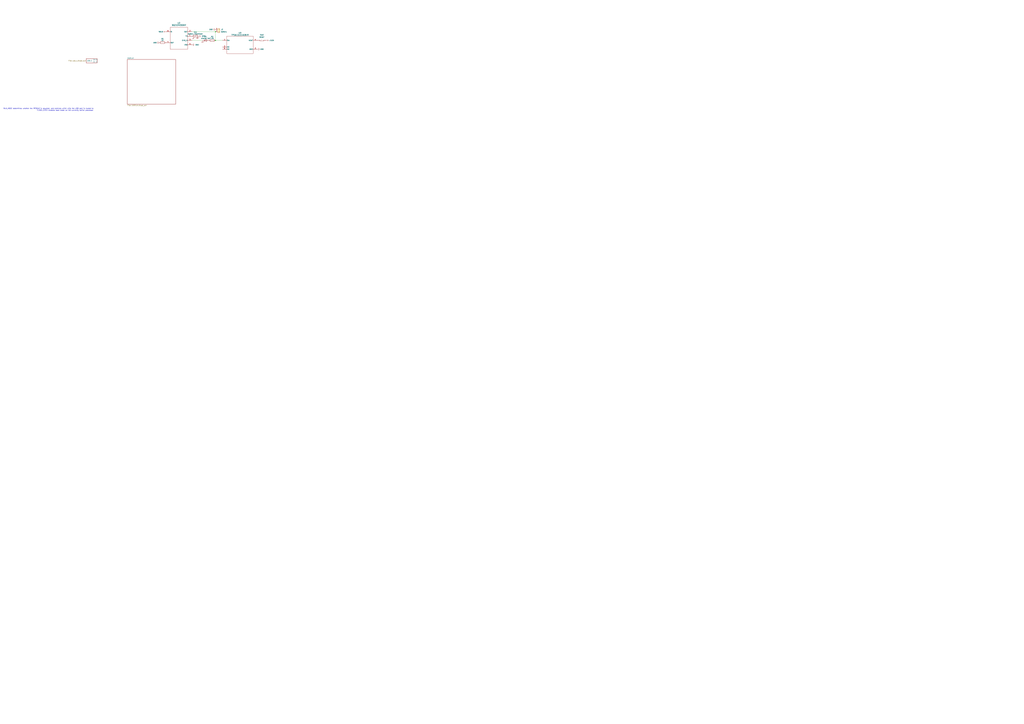
<source format=kicad_sch>
(kicad_sch (version 20230121) (generator eeschema)
  (paper "A0")
  (lib_symbols
    (symbol "2024-01-02_21-46-21:BQ21040DBVR" (pin_names (offset 0.254))
      (property "Reference" "U" (at 0 2.54 0))
      (property "Value" "BQ21040DBVR" (at 0 0 0))
      (symbol "BQ21040DBVR_0_1"
        (polyline (pts (xy -10.16 -12.7) (xy 10.16 -12.7)) (stroke (width 0.2032)))
        (polyline (pts (xy -10.16 12.7) (xy -10.16 -12.7)) (stroke (width 0.2032)))
        (polyline (pts (xy 10.16 -12.7) (xy 10.16 12.7)) (stroke (width 0.2032)))
        (polyline (pts (xy 10.16 12.7) (xy -10.16 12.7)) (stroke (width 0.2032)))
        (pin input line (at 15.24 2.54 180) (length 5.08) (name "TS") (number "1"))
        (pin power_in line (at 15.24 7.62 180) (length 5.08) (name "OUT") (number "2"))
        (pin open_collector line (at 15.24 -2.54 180) (length 5.08) (name "CHG_N") (number "3"))
        (pin input line (at -15.24 -5.08 0) (length 5.08) (name "ISET") (number "4"))
        (pin power_in line (at 15.24 -7.62 180) (length 5.08) (name "VSS") (number "5"))
        (pin power_in line (at -15.24 7.62 0) (length 5.08) (name "IN") (number "6"))
      )
    )
    (symbol "2024-01-02_21-46-27:TPS613221ADBVR" (pin_names (offset 0.254))
      (property "Reference" "U" (at 0 2.54 0))
      (property "Value" "TPS613221ADBVR" (at 0 0 0))
      (symbol "TPS613221ADBVR_0_1"
        (polyline (pts (xy -15.24 -10.16) (xy 15.24 -10.16)) (stroke (width 0.2032)))
        (polyline (pts (xy -15.24 10.16) (xy -15.24 -10.16)) (stroke (width 0.2032)))
        (polyline (pts (xy 15.24 -10.16) (xy 15.24 10.16)) (stroke (width 0.2032)))
        (polyline (pts (xy 15.24 10.16) (xy -15.24 10.16)) (stroke (width 0.2032)))
        (pin power_in line (at -20.32 5.08 0) (length 5.08) (name "SW") (number "1"))
        (pin power_in line (at 20.32 -5.08 180) (length 5.08) (name "GND") (number "2"))
        (pin unspecified line (at -20.32 -2.54 0) (length 5.08) (name "NC") (number "3"))
        (pin power_in line (at 20.32 5.08 180) (length 5.08) (name "VOUT") (number "4"))
        (pin unspecified line (at -20.32 -5.08 0) (length 5.08) (name "NC") (number "5"))
      )
    )
    (symbol "Device:LED" (pin_numbers hide) (pin_names (offset 1.016) hide)
      (property "Reference" "D" (at 0 2.54 0))
      (property "Value" "LED" (at 0 -2.54 0))
      (symbol "LED_0_1"
        (polyline (pts (xy -1.27 -1.27) (xy -1.27 1.27)) (stroke (width 0.254)))
        (polyline (pts (xy -1.27 0) (xy 1.27 0)))
        (polyline (pts (xy 1.27 -1.27) (xy 1.27 1.27) (xy -1.27 0) (xy 1.27 -1.27)) (stroke (width 0.254)))
        (polyline (pts (xy -3.048 -0.762) (xy -4.572 -2.286) (xy -3.81 -2.286) (xy -4.572 -2.286) (xy -4.572 -1.524)))
        (polyline (pts (xy -1.778 -0.762) (xy -3.302 -2.286) (xy -2.54 -2.286) (xy -3.302 -2.286) (xy -3.302 -1.524)))
      )
      (symbol "LED_1_1"
        (pin passive line (at -3.81 0 0) (length 2.54) (name "K") (number "1"))
        (pin passive line (at 3.81 0 180) (length 2.54) (name "A") (number "2"))
      )
    )
    (symbol "Device:R" (pin_numbers hide) (pin_names (offset 0))
      (property "Reference" "R" (at 2.032 0 90))
      (property "Value" "R" (at 0 0 90))
      (symbol "R_0_1"
        (rectangle (start -1.016 -2.54) (end 1.016 2.54) (stroke (width 0.254)))
      )
      (symbol "R_1_1"
        (pin passive line (at 0 3.81 270) (length 1.27) (name "~") (number "1"))
        (pin passive line (at 0 -3.81 90) (length 1.27) (name "~") (number "2"))
      )
    )
    (symbol "Device:Thermistor_NTC" (pin_numbers hide) (pin_names (offset 0))
      (property "Reference" "TH" (at -4.445 0 90))
      (property "Value" "Thermistor_NTC" (at 3.175 0 90))
      (symbol "Thermistor_NTC_0_1"
        (arc (start -3.048 2.159) (mid -3.0495 2.3143) (end -3.175 2.413))
        (arc (start -3.048 2.159) (mid -2.9736 1.9794) (end -2.794 1.905))
        (arc (start -3.048 2.794) (mid -2.9736 2.6144) (end -2.794 2.54))
        (arc (start -2.794 1.905) (mid -2.6144 1.9794) (end -2.54 2.159))
        (arc (start -2.794 2.54) (mid -2.4393 2.5587) (end -2.159 2.794))
        (arc (start -2.794 3.048) (mid -2.9736 2.9736) (end -3.048 2.794))
        (arc (start -2.54 2.794) (mid -2.6144 2.9736) (end -2.794 3.048))
        (rectangle (start -1.016 2.54) (end 1.016 -2.54) (stroke (width 0.254)))
        (polyline (pts (xy -2.54 2.159) (xy -2.54 2.794)))
        (polyline (pts (xy -1.778 2.54) (xy -1.778 1.524) (xy 1.778 -1.524) (xy 1.778 -2.54)))
        (polyline (pts (xy -2.54 -3.683) (xy -2.54 -1.397) (xy -2.794 -2.159) (xy -2.286 -2.159) (xy -2.54 -1.397) (xy -2.54 -1.651)) (fill (type outline)))
        (polyline (pts (xy -1.778 -1.397) (xy -1.778 -3.683) (xy -2.032 -2.921) (xy -1.524 -2.921) (xy -1.778 -3.683) (xy -1.778 -3.429)) (fill (type outline)))
      )
      (symbol "Thermistor_NTC_1_1"
        (pin passive line (at 0 3.81 270) (length 1.27) (name "~") (number "1"))
        (pin passive line (at 0 -3.81 90) (length 1.27) (name "~") (number "2"))
      )
    )
    (symbol "Switch:SW_Push_Open" (pin_numbers hide) (pin_names (offset 1.016) hide)
      (property "Reference" "SW" (at 0 2.54 0))
      (property "Value" "SW_Push_Open" (at 0 -1.905 0))
      (symbol "SW_Push_Open_0_1"
        (circle (center -2.032 0) (radius 0.508))
        (polyline (pts (xy -2.54 -0.635) (xy 2.54 -0.635)))
        (polyline (pts (xy 0 -0.635) (xy 0 1.27)))
        (circle (center 2.032 0) (radius 0.508))
        (pin passive line (at -5.08 0 0) (length 2.54) (name "A") (number "1"))
      )
      (symbol "SW_Push_Open_1_1"
        (pin passive line (at 5.08 0 180) (length 2.54) (name "B") (number "2"))
      )
    )
    (symbol "dk_Rectangular-Connectors-Headers-Male-Pins:S2B-PH-K-S_LF__SN_" (pin_names (offset 1.016))
      (property "Reference" "J" (at -2.54 -1.27 0))
      (property "Value" "S2B-PH-K-S_LF__SN_" (at 1.27 -3.81 0))
      (symbol "S2B-PH-K-S_LF__SN__1_1"
        (rectangle (start -1.27 0) (end 3.81 -2.54) (fill (type background)))
        (rectangle (start -0.254 -1.143) (end 0.254 -1.651) (fill (type outline)))
        (rectangle (start 2.286 -1.143) (end 2.794 -1.651) (fill (type outline)))
        (pin passive line (at 0 2.54 270) (length 2.54) (name "~") (number "1"))
        (pin passive line (at 2.54 2.54 270) (length 2.54) (name "~") (number "2"))
      )
    )
    (symbol "power:+3.3V" (power) (pin_names (offset 0))
      (property "Value" "+3.3V" (at 0 3.556 0))
      (symbol "+3.3V_0_1"
        (polyline (pts (xy -0.762 1.27) (xy 0 2.54)))
        (polyline (pts (xy 0 0) (xy 0 2.54)))
        (polyline (pts (xy 0 2.54) (xy 0.762 1.27)))
      )
      (symbol "+3.3V_1_1"
        (pin power_in line (at 0 0 90) (length 0) hide (name "+3.3V") (number "1"))
      )
    )
    (symbol "power:GND" (power) (pin_names (offset 0))
      (property "Value" "GND" (at 0 -3.81 0))
      (symbol "GND_0_1"
        (polyline (pts (xy 0 0) (xy 0 -1.27) (xy 1.27 -1.27) (xy 0 -2.54) (xy -1.27 -1.27) (xy 0 -1.27)))
      )
      (symbol "GND_1_1"
        (pin power_in line (at 0 0 270) (length 0) hide (name "GND") (number "1"))
      )
    )
    (symbol "power:VBUS" (power) (pin_names (offset 0))
      (property "Value" "VBUS" (at 0 3.81 0))
      (symbol "VBUS_0_1"
        (polyline (pts (xy -0.762 1.27) (xy 0 2.54)))
        (polyline (pts (xy 0 0) (xy 0 2.54)))
        (polyline (pts (xy 0 2.54) (xy 0.762 1.27)))
      )
      (symbol "VBUS_1_1"
        (pin power_in line (at 0 0 90) (length 0) hide (name "VBUS") (number "1"))
      )
    )
  )
  (junction (at 250.19 36.83))
  (junction (at 250.19 46.99))
  (wire (pts (xy 250.19 36.83) (xy 250.19 46.99)))
  (wire (pts (xy 223.012 46.99) (xy 234.95 46.99)))
  (wire (pts (xy 250.19 46.99) (xy 258.318 46.99)))
  (wire (pts (xy 223.012 36.83) (xy 250.19 36.83)))
  (text "RUN_MODE determines whether the RP2040 is powered, and controls which chip the USB port is routed to\nFLASH_LATCH enables boot mode on the currently active processor" (at 108.458 129.032 0) (effects (font (size 1.27 1.27)) (justify right bottom)))
  (symbol (lib_id "Switch:SW_Push_Open") (at 304.038 46.99 0) (unit 1)
    (property "Reference" "SW3" (at 304.038 40.64 0))
    (property "Value" "RESET" (at 304.038 43.18 0))
  )
  (symbol (lib_id "power:+3.3V") (at 309.118 46.99 270) (unit 1)
    (property "Reference" "#PWR013" (effects hide))
    (property "Value" "+3.3V" (at 312.293 46.99 90) (effects (justify left)))
  )
  (symbol (lib_id "2024-01-02_21-46-21:BQ21040DBVR") (at 207.772 44.45 0) (unit 1)
    (property "Reference" "U2" (at 207.772 26.67 0) (effects (font (size 1.524 1.524))))
    (property "Value" "BQ21040DBVR" (at 207.772 29.21 0) (effects (font (size 1.524 1.524))))
    (property "Footprint" "DBV0006A_N" (effects hide))
    (property "Datasheet" "BQ21040DBVR" (effects hide))
  )
  (symbol (lib_id "2024-01-02_21-46-27:TPS613221ADBVR") (at 278.638 52.07 0) (unit 1)
    (property "Reference" "U3" (at 278.638 38.1 0) (effects (font (size 1.524 1.524))))
    (property "Value" "TPS613221ADBVR" (at 278.638 40.64 0) (effects (font (size 1.524 1.524))))
    (property "Footprint" "DBV0005A_N" (effects hide))
    (property "Datasheet" "TPS613221ADBVR" (effects hide))
  )
  (symbol (lib_id "Device:Thermistor_NTC") (at 226.822 41.91 90) (unit 1)
    (property "Reference" "TH1" (at 226.822 37.465 90))
    (property "Value" "battery thermistor" (at 226.822 39.37 90))
  )
  (symbol (lib_id "Device:LED") (at 238.76 46.99 0) (unit 1)
    (property "Reference" "D1" (at 238.76 42.545 0))
    (property "Value" "charge led" (at 238.76 44.45 0))
  )
  (symbol (lib_id "power:GND") (at 298.958 57.15 90) (unit 1)
    (property "Reference" "#PWR05" (effects hide))
    (property "Value" "GND" (at 302.133 57.15 90) (effects (justify right)))
  )
  (symbol (lib_id "power:GND") (at 184.912 49.53 270) (unit 1)
    (property "Reference" "#PWR06" (effects hide))
    (property "Value" "GND" (at 177.927 49.53 90) (effects (justify left)))
  )
  (symbol (lib_id "power:GND") (at 230.632 41.91 90) (unit 1)
    (property "Reference" "#PWR07" (effects hide))
    (property "Value" "GND" (at 234.442 41.91 90) (effects (justify right)))
  )
  (symbol (lib_id "power:GND") (at 223.012 52.07 90) (unit 1)
    (property "Reference" "#PWR015" (effects hide))
    (property "Value" "GND" (at 226.822 52.07 90) (effects (justify right)))
  )
  (symbol (lib_id "Device:R") (at 188.722 49.53 270) (unit 1)
    (property "Reference" "R1" (at 188.722 45.085 90))
    (property "Value" "1K" (at 188.722 46.99 90))
  )
  (symbol (lib_id "power:VBUS") (at 192.532 36.83 90) (unit 1)
    (property "Reference" "#PWR012" (effects hide))
    (property "Value" "VBUS" (at 189.23 36.83 90) (effects (justify left)))
  )
  (symbol (lib_id "power:GND") (at 250.19 34.29 270) (unit 1)
    (property "Reference" "#PWR01" (effects hide))
    (property "Value" "GND" (at 247.015 34.29 90) (effects (justify right)))
  )
  (symbol (lib_id "dk_Rectangular-Connectors-Headers-Male-Pins:S2B-PH-K-S_LF__SN_") (at 252.73 36.83 90) (unit 1)
    (property "Reference" "J2" (at 256.54 34.29 90) (effects (justify right)))
    (property "Value" "battery" (at 256.54 36.83 90) (effects (justify right)))
    (property "Footprint" "digikey-footprints:PinHeader_1x2_P2mm_Drill1mm_RA" (effects hide))
    (property "Datasheet" "http://www.jst-mfg.com/product/pdf/eng/ePH.pdf" (effects hide))
    (property "Digi-Key_PN" "455-1719-ND" (effects hide))
    (property "MPN" "S2B-PH-K-S(LF)(SN)" (effects hide))
    (property "Category" "Connectors, Interconnects" (effects hide))
    (property "Family" "Rectangular Connectors - Headers, Male Pins" (effects hide))
    (property "DK_Datasheet_Link" "http://www.jst-mfg.com/product/pdf/eng/ePH.pdf" (effects hide))
    (property "DK_Detail_Page" "/product-detail/en/jst-sales-america-inc/S2B-PH-K-S(LF)(SN)/455-1719-ND/926626" (effects hide))
    (property "Description" "CONN HEADER R/A 2POS 2MM" (effects hide))
    (property "Manufacturer" "JST Sales America Inc." (effects hide))
    (property "Status" "Active" (effects hide))
  )
  (symbol (lib_id "Device:R") (at 246.38 46.99 90) (unit 1)
    (property "Reference" "R2" (at 246.38 42.545 90))
    (property "Value" "1.5k" (at 246.38 44.45 90))
  )
  (sheet (at 147.828 69.088) (size 56.134 52.07) (stroke (width 0.1524))
    (property "Sheetname" "DISPLAY" (at 147.828 68.3764 0) (effects (justify left bottom)))
    (property "Sheetfile" "DISPLAY.kicad_sch" (at 147.828 121.7426 0) (effects (justify left top)))
  )
  (sheet (at 100.076 68.072) (size 12.7 5.08) (stroke (width 0.1524))
    (property "Sheetname" "USB_C" (at 100.838 71.374 0) (effects (justify left bottom)))
    (property "Sheetfile" "usb_c.kicad_sch" (at 79.248 69.85 0) (effects (justify left top)))
    (pin "D-" bidirectional (at 112.776 71.882 0))
    (pin "D+" bidirectional (at 112.776 69.342 0))
  )
)
</source>
